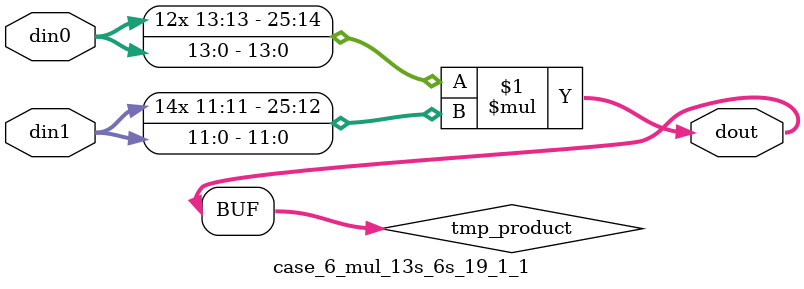
<source format=v>

`timescale 1 ns / 1 ps

 (* use_dsp = "no" *)  module case_6_mul_13s_6s_19_1_1(din0, din1, dout);
parameter ID = 1;
parameter NUM_STAGE = 0;
parameter din0_WIDTH = 14;
parameter din1_WIDTH = 12;
parameter dout_WIDTH = 26;

input [din0_WIDTH - 1 : 0] din0; 
input [din1_WIDTH - 1 : 0] din1; 
output [dout_WIDTH - 1 : 0] dout;

wire signed [dout_WIDTH - 1 : 0] tmp_product;



























assign tmp_product = $signed(din0) * $signed(din1);








assign dout = tmp_product;





















endmodule

</source>
